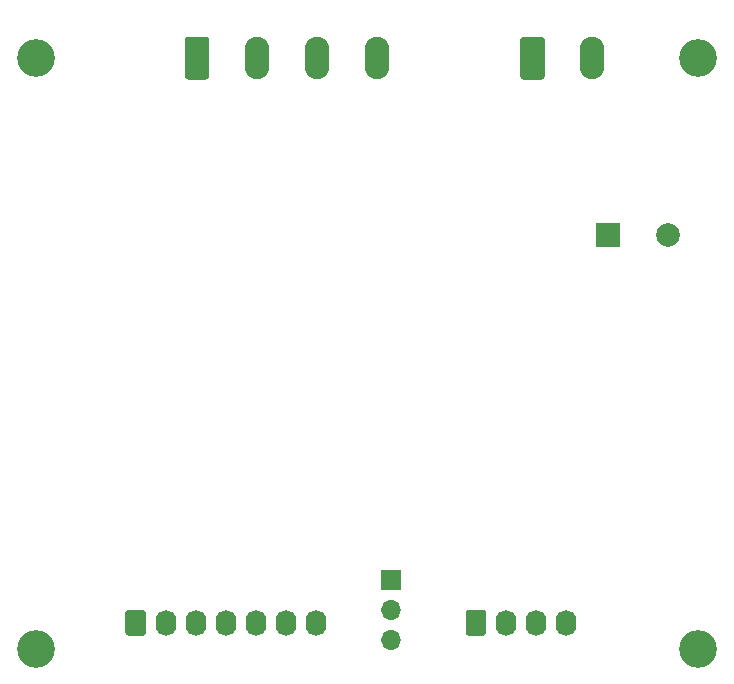
<source format=gbr>
%TF.GenerationSoftware,KiCad,Pcbnew,5.1.8-db9833491~87~ubuntu20.04.1*%
%TF.CreationDate,2020-11-04T15:04:12-03:00*%
%TF.ProjectId,dc_motor,64635f6d-6f74-46f7-922e-6b696361645f,Rev: 1.0*%
%TF.SameCoordinates,PX2dc6c00PY6cb8080*%
%TF.FileFunction,Soldermask,Bot*%
%TF.FilePolarity,Negative*%
%FSLAX46Y46*%
G04 Gerber Fmt 4.6, Leading zero omitted, Abs format (unit mm)*
G04 Created by KiCad (PCBNEW 5.1.8-db9833491~87~ubuntu20.04.1) date 2020-11-04 15:04:12*
%MOMM*%
%LPD*%
G01*
G04 APERTURE LIST*
%ADD10O,1.740000X2.190000*%
%ADD11O,1.700000X1.700000*%
%ADD12R,1.700000X1.700000*%
%ADD13O,2.080000X3.600000*%
%ADD14C,3.200000*%
%ADD15C,2.000000*%
%ADD16R,2.000000X2.000000*%
G04 APERTURE END LIST*
D10*
%TO.C,J3*%
X54829000Y8200000D03*
X52289000Y8200000D03*
X49749000Y8200000D03*
G36*
G01*
X46339000Y7354999D02*
X46339000Y9045001D01*
G75*
G02*
X46588999Y9295000I249999J0D01*
G01*
X47829001Y9295000D01*
G75*
G02*
X48079000Y9045001I0J-249999D01*
G01*
X48079000Y7354999D01*
G75*
G02*
X47829001Y7105000I-249999J0D01*
G01*
X46588999Y7105000D01*
G75*
G02*
X46339000Y7354999I0J249999D01*
G01*
G37*
%TD*%
D11*
%TO.C,JP2*%
X40000000Y6720000D03*
X40000000Y9260000D03*
D12*
X40000000Y11800000D03*
%TD*%
D10*
%TO.C,J4*%
X33640000Y8200000D03*
X31100000Y8200000D03*
X28560000Y8200000D03*
X26020000Y8200000D03*
X23480000Y8200000D03*
X20940000Y8200000D03*
G36*
G01*
X17530000Y7354999D02*
X17530000Y9045001D01*
G75*
G02*
X17779999Y9295000I249999J0D01*
G01*
X19020001Y9295000D01*
G75*
G02*
X19270000Y9045001I0J-249999D01*
G01*
X19270000Y7354999D01*
G75*
G02*
X19020001Y7105000I-249999J0D01*
G01*
X17779999Y7105000D01*
G75*
G02*
X17530000Y7354999I0J249999D01*
G01*
G37*
%TD*%
D13*
%TO.C,J2*%
X38840000Y56000000D03*
X33760000Y56000000D03*
X28680000Y56000000D03*
G36*
G01*
X22560000Y54449997D02*
X22560000Y57550003D01*
G75*
G02*
X22809997Y57800000I249997J0D01*
G01*
X24390003Y57800000D01*
G75*
G02*
X24640000Y57550003I0J-249997D01*
G01*
X24640000Y54449997D01*
G75*
G02*
X24390003Y54200000I-249997J0D01*
G01*
X22809997Y54200000D01*
G75*
G02*
X22560000Y54449997I0J249997D01*
G01*
G37*
%TD*%
%TO.C,J1*%
X57080000Y56000000D03*
G36*
G01*
X50960000Y54449997D02*
X50960000Y57550003D01*
G75*
G02*
X51209997Y57800000I249997J0D01*
G01*
X52790003Y57800000D01*
G75*
G02*
X53040000Y57550003I0J-249997D01*
G01*
X53040000Y54449997D01*
G75*
G02*
X52790003Y54200000I-249997J0D01*
G01*
X51209997Y54200000D01*
G75*
G02*
X50960000Y54449997I0J249997D01*
G01*
G37*
%TD*%
D14*
%TO.C,H4*%
X66000000Y6000000D03*
%TD*%
%TO.C,H3*%
X66000000Y56000000D03*
%TD*%
%TO.C,H2*%
X10000000Y56000000D03*
%TD*%
%TO.C,H1*%
X10000000Y6000000D03*
%TD*%
D15*
%TO.C,C9*%
X63437000Y41051000D03*
D16*
X58437000Y41051000D03*
%TD*%
M02*

</source>
